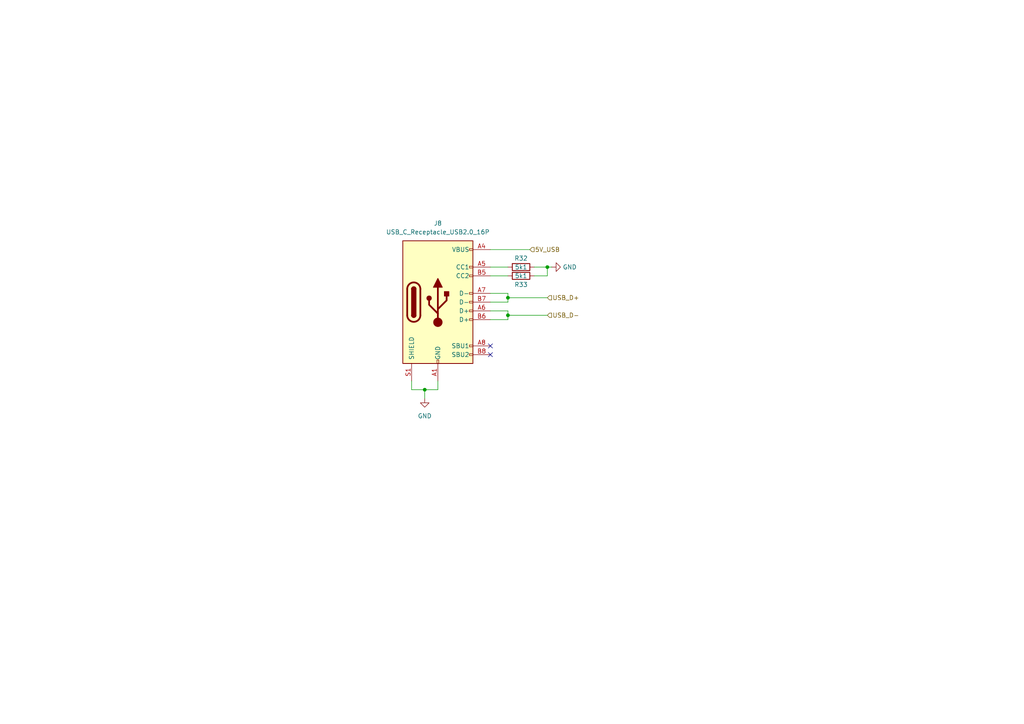
<source format=kicad_sch>
(kicad_sch (version 20231120) (generator "eeschema") (generator_version "8.0")
  (paper "A4")
  (lib_symbols
    (symbol "Connector:USB_C_Receptacle_USB2.0_16P" (pin_names (offset 1.016))
      (property "Reference" "J" (at 0 22.225 0))
      (property "Value" "USB_C_Receptacle_USB2.0_16P" (at 0 19.685 0))
      (symbol "USB_C_Receptacle_USB2.0_16P_0_0"
        (rectangle (start -0.254 -17.78) (end 0.254 -16.764))
        (rectangle (start 10.16 -14.986) (end 9.144 -15.494))
        (rectangle (start 10.16 -12.446) (end 9.144 -12.954))
        (rectangle (start 10.16 -4.826) (end 9.144 -5.334))
        (rectangle (start 10.16 -2.286) (end 9.144 -2.794))
        (rectangle (start 10.16 0.254) (end 9.144 -0.254))
        (rectangle (start 10.16 2.794) (end 9.144 2.286))
        (rectangle (start 10.16 7.874) (end 9.144 7.366))
        (rectangle (start 10.16 10.414) (end 9.144 9.906))
        (rectangle (start 10.16 15.494) (end 9.144 14.986))
      )
      (symbol "USB_C_Receptacle_USB2.0_16P_0_1"
        (rectangle (start -10.16 17.78) (end 10.16 -17.78) (stroke (width 0.254)) (fill (type background)))
        (arc (start -8.89 -3.81) (mid -6.985 -5.7067) (end -5.08 -3.81) (stroke (width 0.508)))
        (arc (start -7.62 -3.81) (mid -6.985 -4.4423) (end -6.35 -3.81) (stroke (width 0.254)))
        (arc (start -7.62 -3.81) (mid -6.985 -4.4423) (end -6.35 -3.81) (stroke (width 0.254)) (fill (type outline)))
        (rectangle (start -7.62 -3.81) (end -6.35 3.81) (stroke (width 0.254)) (fill (type outline)))
        (arc (start -6.35 3.81) (mid -6.985 4.4423) (end -7.62 3.81) (stroke (width 0.254)))
        (arc (start -6.35 3.81) (mid -6.985 4.4423) (end -7.62 3.81) (stroke (width 0.254)) (fill (type outline)))
        (arc (start -5.08 3.81) (mid -6.985 5.7067) (end -8.89 3.81) (stroke (width 0.508)))
        (circle (center -2.54 1.143) (radius 0.635) (stroke (width 0.254)) (fill (type outline)))
        (circle (center 0 -5.842) (radius 1.27) (fill (type outline)))
        (polyline (pts (xy -8.89 -3.81) (xy -8.89 3.81)) (stroke (width 0.508)))
        (polyline (pts (xy -5.08 3.81) (xy -5.08 -3.81)) (stroke (width 0.508)))
        (polyline (pts (xy 0 -5.842) (xy 0 4.318)) (stroke (width 0.508)))
        (polyline (pts (xy 0 -3.302) (xy -2.54 -0.762) (xy -2.54 0.508)) (stroke (width 0.508)))
        (polyline (pts (xy 0 -2.032) (xy 2.54 0.508) (xy 2.54 1.778)) (stroke (width 0.508)))
        (polyline (pts (xy -1.27 4.318) (xy 0 6.858) (xy 1.27 4.318) (xy -1.27 4.318)) (stroke (width 0.254)) (fill (type outline)))
        (rectangle (start 1.905 1.778) (end 3.175 3.048) (stroke (width 0.254)) (fill (type outline)))
      )
      (symbol "USB_C_Receptacle_USB2.0_16P_1_1"
        (pin passive line (at 0 -22.86 90) (length 5.08) (name "GND") (number "A1"))
        (pin passive line (at 0 -22.86 90) (length 5.08) hide (name "GND") (number "A12"))
        (pin passive line (at 15.24 15.24 180) (length 5.08) (name "VBUS") (number "A4"))
        (pin bidirectional line (at 15.24 10.16 180) (length 5.08) (name "CC1") (number "A5"))
        (pin bidirectional line (at 15.24 -2.54 180) (length 5.08) (name "D+") (number "A6"))
        (pin bidirectional line (at 15.24 2.54 180) (length 5.08) (name "D-") (number "A7"))
        (pin bidirectional line (at 15.24 -12.7 180) (length 5.08) (name "SBU1") (number "A8"))
        (pin passive line (at 15.24 15.24 180) (length 5.08) hide (name "VBUS") (number "A9"))
        (pin passive line (at 0 -22.86 90) (length 5.08) hide (name "GND") (number "B1"))
        (pin passive line (at 0 -22.86 90) (length 5.08) hide (name "GND") (number "B12"))
        (pin passive line (at 15.24 15.24 180) (length 5.08) hide (name "VBUS") (number "B4"))
        (pin bidirectional line (at 15.24 7.62 180) (length 5.08) (name "CC2") (number "B5"))
        (pin bidirectional line (at 15.24 -5.08 180) (length 5.08) (name "D+") (number "B6"))
        (pin bidirectional line (at 15.24 0 180) (length 5.08) (name "D-") (number "B7"))
        (pin bidirectional line (at 15.24 -15.24 180) (length 5.08) (name "SBU2") (number "B8"))
        (pin passive line (at 15.24 15.24 180) (length 5.08) hide (name "VBUS") (number "B9"))
        (pin passive line (at -7.62 -22.86 90) (length 5.08) (name "SHIELD") (number "S1"))
      )
    )
    (symbol "Device:R" (pin_numbers hide) (pin_names (offset 0))
      (property "Reference" "R" (at 2.032 0 90))
      (property "Value" "R" (at 0 0 90))
      (symbol "R_0_1"
        (rectangle (start -1.016 -2.54) (end 1.016 2.54) (stroke (width 0.254)))
      )
      (symbol "R_1_1"
        (pin passive line (at 0 3.81 270) (length 1.27) (name "~") (number "1"))
        (pin passive line (at 0 -3.81 90) (length 1.27) (name "~") (number "2"))
      )
    )
    (symbol "GND_1" (power) (pin_numbers hide) (pin_names (offset 0) hide)
      (property "Value" "GND" (at 0 -3.81 0))
      (symbol "GND_1_0_1"
        (polyline (pts (xy 0 0) (xy 0 -1.27) (xy 1.27 -1.27) (xy 0 -2.54) (xy -1.27 -1.27) (xy 0 -1.27)))
      )
      (symbol "GND_1_1_1"
        (pin power_in line (at 0 0 270) (length 0) (name "~") (number "1"))
      )
    )
    (symbol "power:GND" (power) (pin_numbers hide) (pin_names (offset 0) hide)
      (property "Value" "GND" (at 0 -3.81 0))
      (symbol "GND_0_1"
        (polyline (pts (xy 0 0) (xy 0 -1.27) (xy 1.27 -1.27) (xy 0 -2.54) (xy -1.27 -1.27) (xy 0 -1.27)))
      )
      (symbol "GND_1_1"
        (pin power_in line (at 0 0 270) (length 0) (name "~") (number "1"))
      )
    )
  )
  (junction (at 147.32 91.44))
  (junction (at 158.75 77.47))
  (junction (at 123.19 113.03))
  (junction (at 147.32 86.36))
  (no_connect (at 142.24 100.33))
  (no_connect (at 142.24 102.87))
  (wire (pts (xy 127 113.03) (xy 127 110.49)))
  (wire (pts (xy 142.24 72.39) (xy 153.67 72.39)))
  (wire (pts (xy 154.94 80.01) (xy 158.75 80.01)))
  (wire (pts (xy 158.75 77.47) (xy 160.02 77.47)))
  (wire (pts (xy 142.24 90.17) (xy 147.32 90.17)))
  (wire (pts (xy 142.24 87.63) (xy 147.32 87.63)))
  (wire (pts (xy 147.32 90.17) (xy 147.32 91.44)))
  (wire (pts (xy 147.32 86.36) (xy 147.32 87.63)))
  (wire (pts (xy 147.32 91.44) (xy 147.32 92.71)))
  (wire (pts (xy 123.19 113.03) (xy 123.19 115.57)))
  (wire (pts (xy 154.94 77.47) (xy 158.75 77.47)))
  (wire (pts (xy 142.24 77.47) (xy 147.32 77.47)))
  (wire (pts (xy 147.32 91.44) (xy 158.75 91.44)))
  (wire (pts (xy 142.24 85.09) (xy 147.32 85.09)))
  (wire (pts (xy 147.32 86.36) (xy 158.75 86.36)))
  (wire (pts (xy 142.24 92.71) (xy 147.32 92.71)))
  (wire (pts (xy 147.32 85.09) (xy 147.32 86.36)))
  (wire (pts (xy 119.38 113.03) (xy 123.19 113.03)))
  (wire (pts (xy 123.19 113.03) (xy 127 113.03)))
  (wire (pts (xy 158.75 77.47) (xy 158.75 80.01)))
  (wire (pts (xy 119.38 110.49) (xy 119.38 113.03)))
  (wire (pts (xy 142.24 80.01) (xy 147.32 80.01)))
  (hierarchical_label "USB_D-" (shape input) (at 158.75 91.44 0))
  (hierarchical_label "5V_USB" (shape input) (at 153.67 72.39 0))
  (hierarchical_label "USB_D+" (shape input) (at 158.75 86.36 0))
  (symbol (lib_id "Device:R") (at 151.13 80.01 90) (unit 1)
    (property "Reference" "R33" (at 151.13 82.55 90))
    (property "Value" "5k1" (at 151.13 80.01 90))
    (property "Footprint" "Resistor_SMD:R_0402_1005Metric" (effects (hide yes)))
    (property "Description" "Resistor" (effects (hide yes)))
    (property "DigiKey" "13-RC0402FR-135K1LTR-ND" (effects (hide yes)))
  )
  (symbol (lib_name "GND_1") (lib_id "power:GND") (at 123.19 115.57 0) (unit 1)
    (property "Reference" "#PWR064" (effects (hide yes)))
    (property "Value" "GND" (at 123.19 120.65 0))
    (property "Description" "Power symbol creates a global label with name \"GND\" , ground" (effects (hide yes)))
  )
  (symbol (lib_id "Connector:USB_C_Receptacle_USB2.0_16P") (at 127 87.63 0) (unit 1)
    (property "Reference" "J8" (at 127 64.77 0))
    (property "Value" "USB_C_Receptacle_USB2.0_16P" (at 127 67.31 0))
    (property "Footprint" "Connector_USB:USB_C_Receptacle_GCT_USB4105-xx-A_16P_TopMnt_Horizontal" (effects (hide yes)))
    (property "Datasheet" "https://www.usb.org/sites/default/files/documents/usb_type-c.zip" (effects (hide yes)))
    (property "Description" "USB 2.0-only 16P Type-C Receptacle connector" (effects (hide yes)))
    (property "DigiKey" "A-USBC-20F0-EA-GSR11 " (effects (hide yes)))
  )
  (symbol (lib_id "Device:R") (at 151.13 77.47 90) (unit 1)
    (property "Reference" "R32" (at 151.13 74.93 90))
    (property "Value" "5k1" (at 151.13 77.47 90))
    (property "Footprint" "Resistor_SMD:R_0402_1005Metric" (effects (hide yes)))
    (property "Description" "Resistor" (effects (hide yes)))
    (property "DigiKey" "13-RC0402FR-135K1LTR-ND" (effects (hide yes)))
  )
  (symbol (lib_id "power:GND") (at 160.02 77.47 90) (unit 1)
    (property "Reference" "#PWR065" (effects (hide yes)))
    (property "Value" "GND" (at 163.195 77.47 90) (effects (justify right)))
  )
)
</source>
